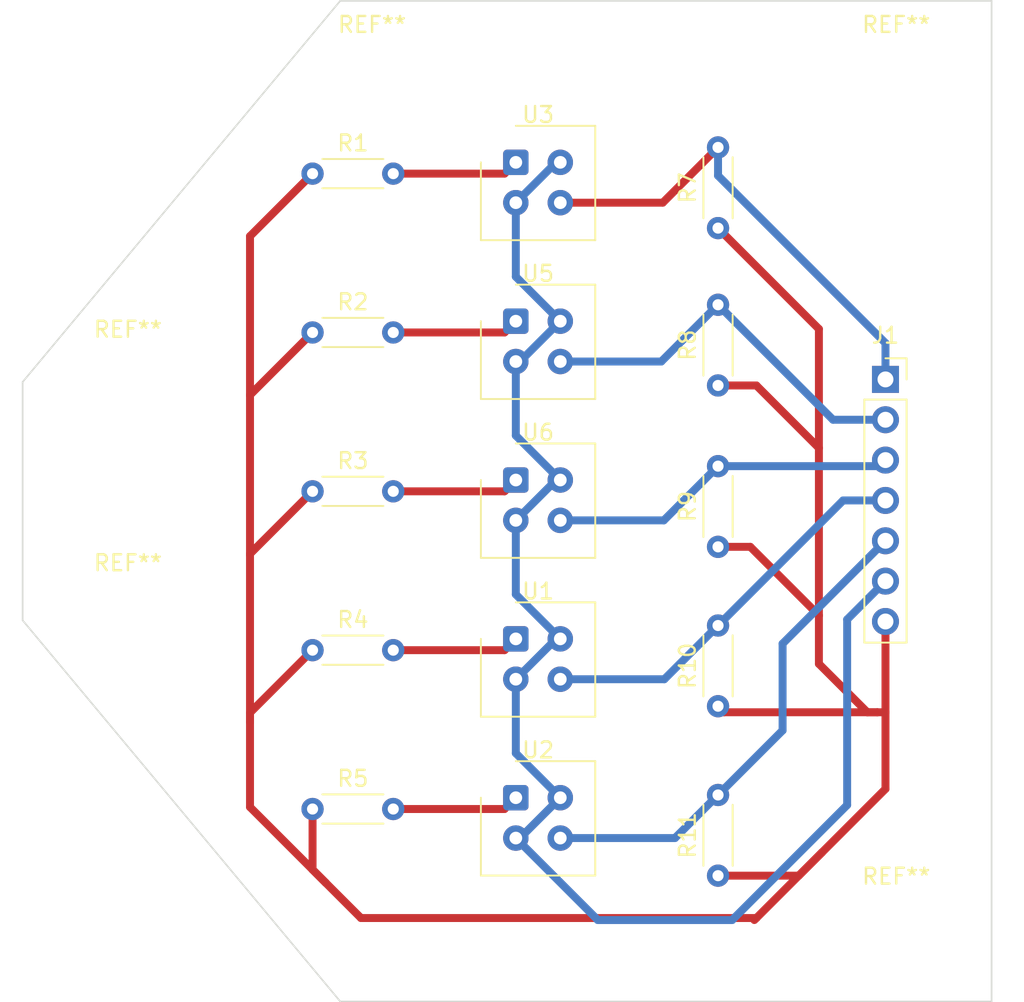
<source format=kicad_pcb>
(kicad_pcb (version 20211014) (generator pcbnew)
  (layers (0 "F.Cu" signal) (31 "B.Cu" signal) (34 "B.Paste" user) (35 "F.Paste" user) (36 "B.SilkS" user "B.Silkscreen") (37 "F.SilkS" user "F.Silkscreen") (38 "B.Mask" user) (39 "F.Mask" user) (44 "Edge.Cuts" user))
  (net 0 "")
  (net 1 "GND")
  (net 2 "Net-(J1-Pad5)")
  (net 3 "Net-(J1-Pad4)")
  (net 4 "Net-(J1-Pad3)")
  (net 5 "Net-(J1-Pad2)")
  (net 6 "Net-(J1-Pad1)")
  (net 7 "Net-(R1-Pad2)")
  (net 8 "Net-(R2-Pad2)")
  (net 9 "Net-(R3-Pad2)")
  (net 10 "Net-(R4-Pad2)")
  (net 11 "Net-(R5-Pad2)")
  (net 12 "5V")
  (footprint "Resistor_THT:R_Axial_DIN0204_L3.6mm_D1.6mm_P5.08mm_Horizontal" (layer "F.Cu") (at 128.253 72.881)
    (fp_text reference "R1" (at 2.54 -1.92) (layer "F.SilkS"))
    (fp_text value "200")
    (fp_line (start 0.62 0.92) (end 4.46 0.92) (layer "F.SilkS") (width 0.12))
    (fp_line (start 0.62 -0.92) (end 4.46 -0.92) (layer "F.SilkS") (width 0.12))
    (pad "1" thru_hole circle locked (at 0 0) (size 1.4 1.4) (drill 0.7) (layers *.Cu *.Mask) (net 12 "5V"))
    (pad "2" thru_hole oval locked (at 5.08 0) (size 1.4 1.4) (drill 0.7) (layers *.Cu *.Mask) (net 7 "Net-(R1-Pad2)"))
  )
  (footprint "Resistor_THT:R_Axial_DIN0204_L3.6mm_D1.6mm_P5.08mm_Horizontal" (layer "F.Cu") (at 128.253 82.881)
    (fp_text reference "R2" (at 2.54 -1.92) (layer "F.SilkS"))
    (fp_text value "200")
    (fp_line (start 0.62 0.92) (end 4.46 0.92) (layer "F.SilkS") (width 0.12))
    (fp_line (start 0.62 -0.92) (end 4.46 -0.92) (layer "F.SilkS") (width 0.12))
    (pad "1" thru_hole circle locked (at 0 0) (size 1.4 1.4) (drill 0.7) (layers *.Cu *.Mask) (net 12 "5V"))
    (pad "2" thru_hole oval locked (at 5.08 0) (size 1.4 1.4) (drill 0.7) (layers *.Cu *.Mask) (net 8 "Net-(R2-Pad2)"))
  )
  (footprint "Resistor_THT:R_Axial_DIN0204_L3.6mm_D1.6mm_P5.08mm_Horizontal" (layer "F.Cu") (at 128.253 92.881)
    (fp_text reference "R3" (at 2.54 -1.92) (layer "F.SilkS"))
    (fp_text value "200")
    (fp_line (start 0.62 0.92) (end 4.46 0.92) (layer "F.SilkS") (width 0.12))
    (fp_line (start 0.62 -0.92) (end 4.46 -0.92) (layer "F.SilkS") (width 0.12))
    (pad "1" thru_hole circle locked (at 0 0) (size 1.4 1.4) (drill 0.7) (layers *.Cu *.Mask) (net 12 "5V"))
    (pad "2" thru_hole oval locked (at 5.08 0) (size 1.4 1.4) (drill 0.7) (layers *.Cu *.Mask) (net 9 "Net-(R3-Pad2)"))
  )
  (footprint "Resistor_THT:R_Axial_DIN0204_L3.6mm_D1.6mm_P5.08mm_Horizontal" (layer "F.Cu") (at 128.253 102.881)
    (fp_text reference "R4" (at 2.54 -1.92) (layer "F.SilkS"))
    (fp_text value "200")
    (fp_line (start 0.62 -0.92) (end 4.46 -0.92) (layer "F.SilkS") (width 0.12))
    (fp_line (start 0.62 0.92) (end 4.46 0.92) (layer "F.SilkS") (width 0.12))
    (pad "1" thru_hole circle locked (at 0 0) (size 1.4 1.4) (drill 0.7) (layers *.Cu *.Mask) (net 12 "5V"))
    (pad "2" thru_hole oval locked (at 5.08 0) (size 1.4 1.4) (drill 0.7) (layers *.Cu *.Mask) (net 10 "Net-(R4-Pad2)"))
  )
  (footprint "Resistor_THT:R_Axial_DIN0204_L3.6mm_D1.6mm_P5.08mm_Horizontal" (layer "F.Cu") (at 128.253 112.881)
    (fp_text reference "R5" (at 2.54 -1.92) (layer "F.SilkS"))
    (fp_text value "200")
    (fp_line (start 0.62 -0.92) (end 4.46 -0.92) (layer "F.SilkS") (width 0.12))
    (fp_line (start 0.62 0.92) (end 4.46 0.92) (layer "F.SilkS") (width 0.12))
    (pad "1" thru_hole circle locked (at 0 0) (size 1.4 1.4) (drill 0.7) (layers *.Cu *.Mask) (net 12 "5V"))
    (pad "2" thru_hole oval locked (at 5.08 0) (size 1.4 1.4) (drill 0.7) (layers *.Cu *.Mask) (net 11 "Net-(R5-Pad2)"))
  )
  (footprint "Resistor_THT:R_Axial_DIN0204_L3.6mm_D1.6mm_P5.08mm_Horizontal" (layer "F.Cu") (at 153.78 76.31 90)
    (fp_text reference "R7" (at 2.54 -1.92 90) (layer "F.SilkS"))
    (fp_text value "10k")
    (fp_line (start 0.62 -0.92) (end 4.46 -0.92) (layer "F.SilkS") (width 0.12))
    (fp_line (start 0.62 0.92) (end 4.46 0.92) (layer "F.SilkS") (width 0.12))
    (pad "1" thru_hole circle locked (at 0 0 90) (size 1.4 1.4) (drill 0.7) (layers *.Cu *.Mask) (net 12 "5V"))
    (pad "2" thru_hole oval locked (at 5.08 0 90) (size 1.4 1.4) (drill 0.7) (layers *.Cu *.Mask) (net 6 "Net-(J1-Pad1)"))
  )
  (footprint "Resistor_THT:R_Axial_DIN0204_L3.6mm_D1.6mm_P5.08mm_Horizontal" (layer "F.Cu") (at 153.78 86.216 90)
    (fp_text reference "R8" (at 2.54 -1.92 90) (layer "F.SilkS"))
    (fp_text value "10k")
    (fp_line (start 0.62 -0.92) (end 4.46 -0.92) (layer "F.SilkS") (width 0.12))
    (fp_line (start 0.62 0.92) (end 4.46 0.92) (layer "F.SilkS") (width 0.12))
    (pad "1" thru_hole circle locked (at 0 0 90) (size 1.4 1.4) (drill 0.7) (layers *.Cu *.Mask) (net 12 "5V"))
    (pad "2" thru_hole oval locked (at 5.08 0 90) (size 1.4 1.4) (drill 0.7) (layers *.Cu *.Mask) (net 5 "Net-(J1-Pad2)"))
  )
  (footprint "Resistor_THT:R_Axial_DIN0204_L3.6mm_D1.6mm_P5.08mm_Horizontal" (layer "F.Cu") (at 153.78 96.376 90)
    (fp_text reference "R9" (at 2.54 -1.92 90) (layer "F.SilkS"))
    (fp_text value "10k")
    (fp_line (start 0.62 0.92) (end 4.46 0.92) (layer "F.SilkS") (width 0.12))
    (fp_line (start 0.62 -0.92) (end 4.46 -0.92) (layer "F.SilkS") (width 0.12))
    (pad "1" thru_hole circle locked (at 0 0 90) (size 1.4 1.4) (drill 0.7) (layers *.Cu *.Mask) (net 12 "5V"))
    (pad "2" thru_hole oval locked (at 5.08 0 90) (size 1.4 1.4) (drill 0.7) (layers *.Cu *.Mask) (net 4 "Net-(J1-Pad3)"))
  )
  (footprint "Resistor_THT:R_Axial_DIN0204_L3.6mm_D1.6mm_P5.08mm_Horizontal" (layer "F.Cu") (at 153.78 106.409 90)
    (fp_text reference "R10" (at 2.54 -1.92 90) (layer "F.SilkS"))
    (fp_text value "10k")
    (fp_line (start 0.62 -0.92) (end 4.46 -0.92) (layer "F.SilkS") (width 0.12))
    (fp_line (start 0.62 0.92) (end 4.46 0.92) (layer "F.SilkS") (width 0.12))
    (pad "1" thru_hole circle locked (at 0 0 90) (size 1.4 1.4) (drill 0.7) (layers *.Cu *.Mask) (net 12 "5V"))
    (pad "2" thru_hole oval locked (at 5.08 0 90) (size 1.4 1.4) (drill 0.7) (layers *.Cu *.Mask) (net 3 "Net-(J1-Pad4)"))
  )
  (footprint "Resistor_THT:R_Axial_DIN0204_L3.6mm_D1.6mm_P5.08mm_Horizontal" (layer "F.Cu") (at 153.78 117.077 90)
    (fp_text reference "R11" (at 2.54 -1.92 90) (layer "F.SilkS"))
    (fp_text value "10k")
    (fp_line (start 0.62 0.92) (end 4.46 0.92) (layer "F.SilkS") (width 0.12))
    (fp_line (start 0.62 -0.92) (end 4.46 -0.92) (layer "F.SilkS") (width 0.12))
    (pad "1" thru_hole circle locked (at 0 0 90) (size 1.4 1.4) (drill 0.7) (layers *.Cu *.Mask) (net 12 "5V"))
    (pad "2" thru_hole oval locked (at 5.08 0 90) (size 1.4 1.4) (drill 0.7) (layers *.Cu *.Mask) (net 2 "Net-(J1-Pad5)"))
  )
  (footprint "OptoDevice:Vishay_CNY70" (layer "F.Cu") (at 141.05 102.17)
    (fp_text reference "U1" (at 1.4 -3) (layer "F.SilkS"))
    (fp_text value "CNY70")
    (fp_line (start -2.2 0) (end -2.2 4.9) (layer "F.SilkS") (width 0.12))
    (fp_line (start 5 -2.3) (end 0 -2.3) (layer "F.SilkS") (width 0.12))
    (fp_line (start 5 4.9) (end 5 -2.3) (layer "F.SilkS") (width 0.12))
    (fp_line (start -2.2 4.9) (end 5 4.9) (layer "F.SilkS") (width 0.12))
    (pad "1" thru_hole roundrect locked (at 0 0) (size 1.6 1.6) (drill 0.8) (layers *.Cu *.Mask) (roundrect_rratio 0.156) (net 10 "Net-(R4-Pad2)"))
    (pad "2" thru_hole circle locked (at 0 2.54) (size 1.6 1.6) (drill 0.8) (layers *.Cu *.Mask) (net 1 "GND"))
    (pad "3" thru_hole circle locked (at 2.8 2.54) (size 1.6 1.6) (drill 0.8) (layers *.Cu *.Mask) (net 3 "Net-(J1-Pad4)"))
    (pad "4" thru_hole circle locked (at 2.8 0) (size 1.6 1.6) (drill 0.8) (layers *.Cu *.Mask) (net 1 "GND"))
  )
  (footprint "OptoDevice:Vishay_CNY70" (layer "F.Cu") (at 141.05 112.17)
    (fp_text reference "U2" (at 1.4 -3) (layer "F.SilkS"))
    (fp_text value "CNY70")
    (fp_line (start 5 4.9) (end 5 -2.3) (layer "F.SilkS") (width 0.12))
    (fp_line (start -2.2 4.9) (end 5 4.9) (layer "F.SilkS") (width 0.12))
    (fp_line (start 5 -2.3) (end 0 -2.3) (layer "F.SilkS") (width 0.12))
    (fp_line (start -2.2 0) (end -2.2 4.9) (layer "F.SilkS") (width 0.12))
    (pad "1" thru_hole roundrect locked (at 0 0) (size 1.6 1.6) (drill 0.8) (layers *.Cu *.Mask) (roundrect_rratio 0.156) (net 11 "Net-(R5-Pad2)"))
    (pad "2" thru_hole circle locked (at 0 2.54) (size 1.6 1.6) (drill 0.8) (layers *.Cu *.Mask) (net 1 "GND"))
    (pad "3" thru_hole circle locked (at 2.8 2.54) (size 1.6 1.6) (drill 0.8) (layers *.Cu *.Mask) (net 2 "Net-(J1-Pad5)"))
    (pad "4" thru_hole circle locked (at 2.8 0) (size 1.6 1.6) (drill 0.8) (layers *.Cu *.Mask) (net 1 "GND"))
  )
  (footprint "OptoDevice:Vishay_CNY70" (layer "F.Cu") (at 141.05 72.17)
    (fp_text reference "U3" (at 1.4 -3) (layer "F.SilkS"))
    (fp_text value "CNY70")
    (fp_line (start 5 4.9) (end 5 -2.3) (layer "F.SilkS") (width 0.12))
    (fp_line (start -2.2 0) (end -2.2 4.9) (layer "F.SilkS") (width 0.12))
    (fp_line (start 5 -2.3) (end 0 -2.3) (layer "F.SilkS") (width 0.12))
    (fp_line (start -2.2 4.9) (end 5 4.9) (layer "F.SilkS") (width 0.12))
    (pad "1" thru_hole roundrect locked (at 0 0) (size 1.6 1.6) (drill 0.8) (layers *.Cu *.Mask) (roundrect_rratio 0.156) (net 7 "Net-(R1-Pad2)"))
    (pad "2" thru_hole circle locked (at 0 2.54) (size 1.6 1.6) (drill 0.8) (layers *.Cu *.Mask) (net 1 "GND"))
    (pad "3" thru_hole circle locked (at 2.8 2.54) (size 1.6 1.6) (drill 0.8) (layers *.Cu *.Mask) (net 6 "Net-(J1-Pad1)"))
    (pad "4" thru_hole circle locked (at 2.8 0) (size 1.6 1.6) (drill 0.8) (layers *.Cu *.Mask) (net 1 "GND"))
  )
  (footprint "OptoDevice:Vishay_CNY70" (layer "F.Cu") (at 141.05 82.17)
    (fp_text reference "U5" (at 1.4 -3) (layer "F.SilkS"))
    (fp_text value "CNY70")
    (fp_line (start -2.2 4.9) (end 5 4.9) (layer "F.SilkS") (width 0.12))
    (fp_line (start 5 4.9) (end 5 -2.3) (layer "F.SilkS") (width 0.12))
    (fp_line (start 5 -2.3) (end 0 -2.3) (layer "F.SilkS") (width 0.12))
    (fp_line (start -2.2 0) (end -2.2 4.9) (layer "F.SilkS") (width 0.12))
    (pad "1" thru_hole roundrect locked (at 0 0) (size 1.6 1.6) (drill 0.8) (layers *.Cu *.Mask) (roundrect_rratio 0.156) (net 8 "Net-(R2-Pad2)"))
    (pad "2" thru_hole circle locked (at 0 2.54) (size 1.6 1.6) (drill 0.8) (layers *.Cu *.Mask) (net 1 "GND"))
    (pad "3" thru_hole circle locked (at 2.8 2.54) (size 1.6 1.6) (drill 0.8) (layers *.Cu *.Mask) (net 5 "Net-(J1-Pad2)"))
    (pad "4" thru_hole circle locked (at 2.8 0) (size 1.6 1.6) (drill 0.8) (layers *.Cu *.Mask) (net 1 "GND"))
  )
  (footprint "OptoDevice:Vishay_CNY70" (layer "F.Cu") (at 141.05 92.17)
    (fp_text reference "U6" (at 1.4 -3) (layer "F.SilkS"))
    (fp_text value "CNY70")
    (fp_line (start -2.2 4.9) (end 5 4.9) (layer "F.SilkS") (width 0.12))
    (fp_line (start 5 -2.3) (end 0 -2.3) (layer "F.SilkS") (width 0.12))
    (fp_line (start -2.2 0) (end -2.2 4.9) (layer "F.SilkS") (width 0.12))
    (fp_line (start 5 4.9) (end 5 -2.3) (layer "F.SilkS") (width 0.12))
    (pad "1" thru_hole roundrect locked (at 0 0) (size 1.6 1.6) (drill 0.8) (layers *.Cu *.Mask) (roundrect_rratio 0.156) (net 9 "Net-(R3-Pad2)"))
    (pad "2" thru_hole circle locked (at 0 2.54) (size 1.6 1.6) (drill 0.8) (layers *.Cu *.Mask) (net 1 "GND"))
    (pad "3" thru_hole circle locked (at 2.8 2.54) (size 1.6 1.6) (drill 0.8) (layers *.Cu *.Mask) (net 4 "Net-(J1-Pad3)"))
    (pad "4" thru_hole circle locked (at 2.8 0) (size 1.6 1.6) (drill 0.8) (layers *.Cu *.Mask) (net 1 "GND"))
  )
  (footprint "Connector_PinSocket_2.54mm:PinSocket_1x07_P2.54mm_Vertical" (layer "F.Cu") (at 164.321 85.835)
    (fp_text reference "J1" (at 0 -2.77) (layer "F.SilkS"))
    (fp_text value "Conn_01x07")
    (fp_line (start 0 -1.33) (end 1.33 -1.33) (layer "F.SilkS") (width 0.12))
    (fp_line (start -1.33 1.27) (end 1.33 1.27) (layer "F.SilkS") (width 0.12))
    (fp_line (start 1.33 1.27) (end 1.33 16.57) (layer "F.SilkS") (width 0.12))
    (fp_line (start -1.33 1.27) (end -1.33 16.57) (layer "F.SilkS") (width 0.12))
    (fp_line (start 1.33 -1.33) (end 1.33 0) (layer "F.SilkS") (width 0.12))
    (fp_line (start -1.33 16.57) (end 1.33 16.57) (layer "F.SilkS") (width 0.12))
    (pad "1" thru_hole rect locked (at 0 0) (size 1.7 1.7) (drill 1) (layers *.Cu *.Mask) (net 6 "Net-(J1-Pad1)"))
    (pad "2" thru_hole oval locked (at 0 2.54) (size 1.7 1.7) (drill 1) (layers *.Cu *.Mask) (net 5 "Net-(J1-Pad2)"))
    (pad "3" thru_hole oval locked (at 0 5.08) (size 1.7 1.7) (drill 1) (layers *.Cu *.Mask) (net 4 "Net-(J1-Pad3)"))
    (pad "4" thru_hole oval locked (at 0 7.62) (size 1.7 1.7) (drill 1) (layers *.Cu *.Mask) (net 3 "Net-(J1-Pad4)"))
    (pad "5" thru_hole oval locked (at 0 10.16) (size 1.7 1.7) (drill 1) (layers *.Cu *.Mask) (net 2 "Net-(J1-Pad5)"))
    (pad "6" thru_hole oval locked (at 0 12.7) (size 1.7 1.7) (drill 1) (layers *.Cu *.Mask) (net 1 "GND"))
    (pad "7" thru_hole oval locked (at 0 15.24) (size 1.7 1.7) (drill 1) (layers *.Cu *.Mask) (net 12 "5V"))
  )
  (footprint "MountingHole:MountingHole_2.5mm" (layer "F.Cu") (at 116.63 86.19)
    (fp_text reference "REF**" (at 0 -3.5) (layer "F.SilkS"))
    (fp_text value "MountingHole_2.5mm")
    (pad "" np_thru_hole circle (at 0 0) (size 2.5 2.5) (drill 2.5) (layers *.Cu *.Mask))
  )
  (footprint "MountingHole:MountingHole_2.5mm" (layer "F.Cu") (at 132 67)
    (fp_text reference "REF**" (at 0 -3.5) (layer "F.SilkS"))
    (fp_text value "MountingHole_2.5mm")
    (pad "" np_thru_hole circle (at 0 0) (size 2.5 2.5) (drill 2.5) (layers *.Cu *.Mask))
  )
  (footprint "MountingHole:MountingHole_2.5mm" (layer "F.Cu") (at 165 67)
    (fp_text reference "REF**" (at 0 -3.5) (layer "F.SilkS"))
    (fp_text value "MountingHole_2.5mm")
    (pad "" np_thru_hole circle (at 0 0) (size 2.5 2.5) (drill 2.5) (layers *.Cu *.Mask))
  )
  (footprint "MountingHole:MountingHole_2.5mm" (layer "F.Cu") (at 116.63 100.89)
    (fp_text reference "REF**" (at 0 -3.5) (layer "F.SilkS"))
    (fp_text value "MountingHole_2.5mm")
    (pad "" np_thru_hole circle (at 0 0) (size 2.5 2.5) (drill 2.5) (layers *.Cu *.Mask))
  )
  (footprint "MountingHole:MountingHole_2.5mm" (layer "F.Cu") (at 165 120.62)
    (fp_text reference "REF**" (at 0 -3.5) (layer "F.SilkS"))
    (fp_text value "MountingHole_2.5mm")
    (pad "" np_thru_hole circle (at 0 0) (size 2.5 2.5) (drill 2.5) (layers *.Cu *.Mask))
  )
  (gr_line (start 130 125) (end 110 101) (layer "Edge.Cuts") (width 0.1))
  (gr_line (start 110 86) (end 130 62) (layer "Edge.Cuts") (width 0.1))
  (gr_line (start 110 101) (end 110 86) (layer "Edge.Cuts") (width 0.1))
  (gr_line (start 130 62) (end 171 62) (layer "Edge.Cuts") (width 0.1))
  (gr_line (start 171 125) (end 130 125) (layer "Edge.Cuts") (width 0.1))
  (gr_line (start 171 62) (end 171 125) (layer "Edge.Cuts") (width 0.1))
  (segment (start 141.05 114.71) (end 141.31 114.71) (width 0.5) (layer "B.Cu") (net 1))
  (segment (start 161.908 112.632) (end 161.908 100.948) (width 0.5) (layer "B.Cu") (net 1))
  (segment (start 141.05 89.37) (end 143.85 92.17) (width 0.5) (layer "B.Cu") (net 1))
  (segment (start 161.908 100.948) (end 164.321 98.535) (width 0.5) (layer "B.Cu") (net 1))
  (segment (start 143.85 72.17) (end 143.59 72.17) (width 0.5) (layer "B.Cu") (net 1))
  (segment (start 143.59 72.17) (end 141.05 74.71) (width 0.5) (layer "B.Cu") (net 1))
  (segment (start 141.05 99.37) (end 143.85 102.17) (width 0.5) (layer "B.Cu") (net 1))
  (segment (start 141.05 79.37) (end 143.85 82.17) (width 0.5) (layer "B.Cu") (net 1))
  (segment (start 154.669 119.871) (end 161.908 112.632) (width 0.5) (layer "B.Cu") (net 1))
  (segment (start 143.59 92.17) (end 141.05 94.71) (width 0.5) (layer "B.Cu") (net 1))
  (segment (start 141.05 84.71) (end 141.05 89.37) (width 0.5) (layer "B.Cu") (net 1))
  (segment (start 141.05 94.71) (end 141.05 99.37) (width 0.5) (layer "B.Cu") (net 1))
  (segment (start 143.85 102.17) (end 143.59 102.17) (width 0.5) (layer "B.Cu") (net 1))
  (segment (start 141.05 74.71) (end 141.05 79.37) (width 0.5) (layer "B.Cu") (net 1))
  (segment (start 143.59 102.17) (end 141.05 104.71) (width 0.5) (layer "B.Cu") (net 1))
  (segment (start 141.31 114.71) (end 143.85 112.17) (width 0.5) (layer "B.Cu") (net 1))
  (segment (start 146.211 119.871) (end 154.669 119.871) (width 0.5) (layer "B.Cu") (net 1))
  (segment (start 141.05 114.71) (end 146.211 119.871) (width 0.5) (layer "B.Cu") (net 1))
  (segment (start 141.05 109.37) (end 143.85 112.17) (width 0.5) (layer "B.Cu") (net 1))
  (segment (start 143.85 92.17) (end 143.59 92.17) (width 0.5) (layer "B.Cu") (net 1))
  (segment (start 141.31 84.71) (end 143.85 82.17) (width 0.5) (layer "B.Cu") (net 1))
  (segment (start 141.05 84.71) (end 141.31 84.71) (width 0.5) (layer "B.Cu") (net 1))
  (segment (start 141.05 104.71) (end 141.05 109.37) (width 0.5) (layer "B.Cu") (net 1))
  (segment (start 143.85 114.71) (end 151.067 114.71) (width 0.5) (layer "B.Cu") (net 2))
  (segment (start 157.844 107.933) (end 153.78 111.997) (width 0.5) (layer "B.Cu") (net 2))
  (segment (start 151.067 114.71) (end 153.78 111.997) (width 0.5) (layer "B.Cu") (net 2))
  (segment (start 164.321 95.995) (end 157.844 102.472) (width 0.5) (layer "B.Cu") (net 2))
  (segment (start 157.844 102.472) (end 157.844 107.933) (width 0.5) (layer "B.Cu") (net 2))
  (segment (start 161.654 93.455) (end 153.78 101.329) (width 0.5) (layer "B.Cu") (net 3))
  (segment (start 164.321 93.455) (end 161.654 93.455) (width 0.5) (layer "B.Cu") (net 3))
  (segment (start 150.399 104.71) (end 153.78 101.329) (width 0.5) (layer "B.Cu") (net 3))
  (segment (start 143.85 104.71) (end 150.399 104.71) (width 0.5) (layer "B.Cu") (net 3))
  (segment (start 163.94 91.296) (end 164.321 90.915) (width 0.5) (layer "B.Cu") (net 4))
  (segment (start 150.366 94.71) (end 153.78 91.296) (width 0.5) (layer "B.Cu") (net 4))
  (segment (start 143.85 94.71) (end 150.366 94.71) (width 0.5) (layer "B.Cu") (net 4))
  (segment (start 153.78 91.296) (end 163.94 91.296) (width 0.5) (layer "B.Cu") (net 4))
  (segment (start 164.321 88.375) (end 161.019 88.375) (width 0.5) (layer "B.Cu") (net 5))
  (segment (start 143.85 84.71) (end 150.206 84.71) (width 0.5) (layer "B.Cu") (net 5))
  (segment (start 150.206 84.71) (end 153.78 81.136) (width 0.5) (layer "B.Cu") (net 5))
  (segment (start 161.019 88.375) (end 153.78 81.136) (width 0.5) (layer "B.Cu") (net 5))
  (segment (start 150.3 74.71) (end 153.78 71.23) (width 0.5) (layer "F.Cu") (net 6))
  (segment (start 143.85 74.71) (end 150.3 74.71) (width 0.5) (layer "F.Cu") (net 6))
  (segment (start 153.78 71.23) (end 153.78 73.008) (width 0.5) (layer "B.Cu") (net 6))
  (segment (start 153.78 73.008) (end 164.321 83.549) (width 0.5) (layer "B.Cu") (net 6))
  (segment (start 164.321 83.549) (end 164.321 85.835) (width 0.5) (layer "B.Cu") (net 6))
  (segment (start 140.339 72.881) (end 141.05 72.17) (width 0.5) (layer "F.Cu") (net 7))
  (segment (start 133.333 72.881) (end 140.339 72.881) (width 0.5) (layer "F.Cu") (net 7))
  (segment (start 133.333 82.881) (end 140.339 82.881) (width 0.5) (layer "F.Cu") (net 8))
  (segment (start 140.339 82.881) (end 141.05 82.17) (width 0.5) (layer "F.Cu") (net 8))
  (segment (start 133.333 92.881) (end 140.339 92.881) (width 0.5) (layer "F.Cu") (net 9))
  (segment (start 140.339 92.881) (end 141.05 92.17) (width 0.5) (layer "F.Cu") (net 9))
  (segment (start 140.339 102.881) (end 141.05 102.17) (width 0.5) (layer "F.Cu") (net 10))
  (segment (start 133.333 102.881) (end 140.339 102.881) (width 0.5) (layer "F.Cu") (net 10))
  (segment (start 133.333 112.881) (end 140.339 112.881) (width 0.5) (layer "F.Cu") (net 11))
  (segment (start 140.339 112.881) (end 141.05 112.17) (width 0.5) (layer "F.Cu") (net 11))
  (segment (start 160.13 103.742) (end 160.13 100.694) (width 0.5) (layer "F.Cu") (net 12))
  (segment (start 154.161 106.79) (end 153.78 106.409) (width 0.5) (layer "F.Cu") (net 12))
  (segment (start 128.253 116.696) (end 129.0785 117.5215) (width 0.5) (layer "F.Cu") (net 12))
  (segment (start 153.78 96.376) (end 155.812 96.376) (width 0.5) (layer "F.Cu") (net 12))
  (segment (start 160.13 90.153) (end 160.13 82.66) (width 0.5) (layer "F.Cu") (net 12))
  (segment (start 124.316 107.425) (end 124.316 96.884) (width 0.5) (layer "F.Cu") (net 12))
  (segment (start 156.066 119.871) (end 156.193 119.744) (width 0.5) (layer "F.Cu") (net 12))
  (segment (start 155.812 96.376) (end 160.13 100.694) (width 0.5) (layer "F.Cu") (net 12))
  (segment (start 153.78 86.216) (end 156.193 86.216) (width 0.5) (layer "F.Cu") (net 12))
  (segment (start 128.253 82.881) (end 124.316 86.818) (width 0.5) (layer "F.Cu") (net 12))
  (segment (start 124.316 86.818) (end 124.316 86.851) (width 0.5) (layer "F.Cu") (net 12))
  (segment (start 164.321 106.79) (end 163.813 106.79) (width 0.5) (layer "F.Cu") (net 12))
  (segment (start 163.813 106.79) (end 154.161 106.79) (width 0.5) (layer "F.Cu") (net 12))
  (segment (start 153.78 117.077) (end 158.86 117.077) (width 0.5) (layer "F.Cu") (net 12))
  (segment (start 156.193 119.744) (end 131.301 119.744) (width 0.5) (layer "F.Cu") (net 12))
  (segment (start 164.321 111.616) (end 164.321 106.79) (width 0.5) (layer "F.Cu") (net 12))
  (segment (start 128.253 112.881) (end 128.253 116.696) (width 0.5) (layer "F.Cu") (net 12))
  (segment (start 129.0785 117.5215) (end 124.316 112.759) (width 0.5) (layer "F.Cu") (net 12))
  (segment (start 156.193 86.216) (end 160.13 90.153) (width 0.5) (layer "F.Cu") (net 12))
  (segment (start 131.301 119.744) (end 129.0785 117.5215) (width 0.5) (layer "F.Cu") (net 12))
  (segment (start 160.13 82.66) (end 153.78 76.31) (width 0.5) (layer "F.Cu") (net 12))
  (segment (start 164.321 106.79) (end 164.321 101.075) (width 0.5) (layer "F.Cu") (net 12))
  (segment (start 128.253 102.881) (end 124.316 106.818) (width 0.5) (layer "F.Cu") (net 12))
  (segment (start 124.316 96.884) (end 124.316 86.851) (width 0.5) (layer "F.Cu") (net 12))
  (segment (start 128.253 92.881) (end 124.316 96.818) (width 0.5) (layer "F.Cu") (net 12))
  (segment (start 156.193 119.744) (end 160.3205 115.6165) (width 0.5) (layer "F.Cu") (net 12))
  (segment (start 163.178 106.79) (end 160.13 103.742) (width 0.5) (layer "F.Cu") (net 12))
  (segment (start 124.316 96.818) (end 124.316 96.884) (width 0.5) (layer "F.Cu") (net 12))
  (segment (start 124.316 86.851) (end 124.316 76.818) (width 0.5) (layer "F.Cu") (net 12))
  (segment (start 124.316 106.818) (end 124.316 107.425) (width 0.5) (layer "F.Cu") (net 12))
  (segment (start 163.813 106.79) (end 163.178 106.79) (width 0.5) (layer "F.Cu") (net 12))
  (segment (start 160.3205 115.6165) (end 164.321 111.616) (width 0.5) (layer "F.Cu") (net 12))
  (segment (start 158.86 117.077) (end 160.3205 115.6165) (width 0.5) (layer "F.Cu") (net 12))
  (segment (start 124.316 76.818) (end 128.253 72.881) (width 0.5) (layer "F.Cu") (net 12))
  (segment (start 160.13 100.694) (end 160.13 90.153) (width 0.5) (layer "F.Cu") (net 12))
  (segment (start 124.316 112.759) (end 124.316 107.425) (width 0.5) (layer "F.Cu") (net 12))
)
</source>
